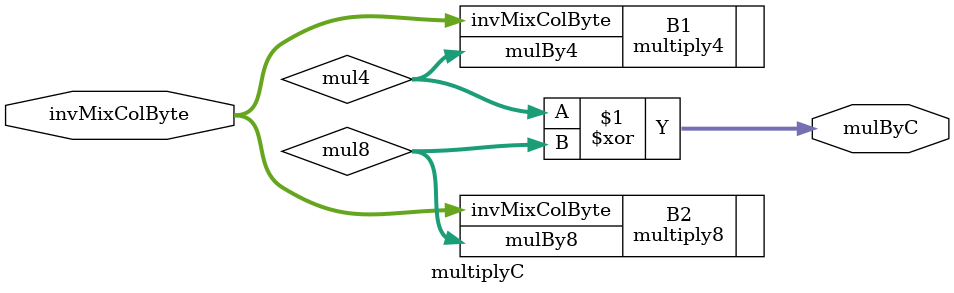
<source format=sv>
`timescale 1ns / 100ps

module multiplyC
(
	input logic [7:0] invMixColByte,
	output logic [7:0] mulByC
);

logic [7:0] mul4;
logic [7:0] mul8;

multiply4 B1
(
	.invMixColByte(invMixColByte),
	.mulBy4(mul4)
);

multiply8 B2
(
	.invMixColByte(invMixColByte),
	.mulBy8(mul8)
);

assign mulByC = mul4 ^ mul8;

endmodule

</source>
